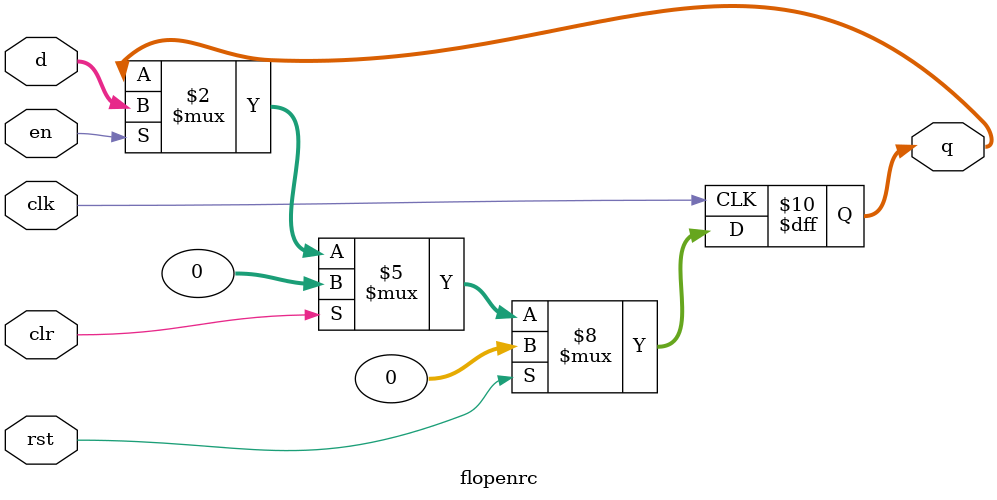
<source format=v>
`timescale 1ns / 1ps


module flopenrc #(parameter WIDTH = 32)(
	input wire clk, rst, en, clr,
	input wire [WIDTH-1:0] d,
	output reg [WIDTH-1:0] q
    );

	always @(posedge clk) begin
		if (rst) begin
			q <= 0;			
		end
		else if (clr) begin
			q <= 0;
		end
		else if (en) begin
			q <= d;
		end
	end
endmodule

</source>
